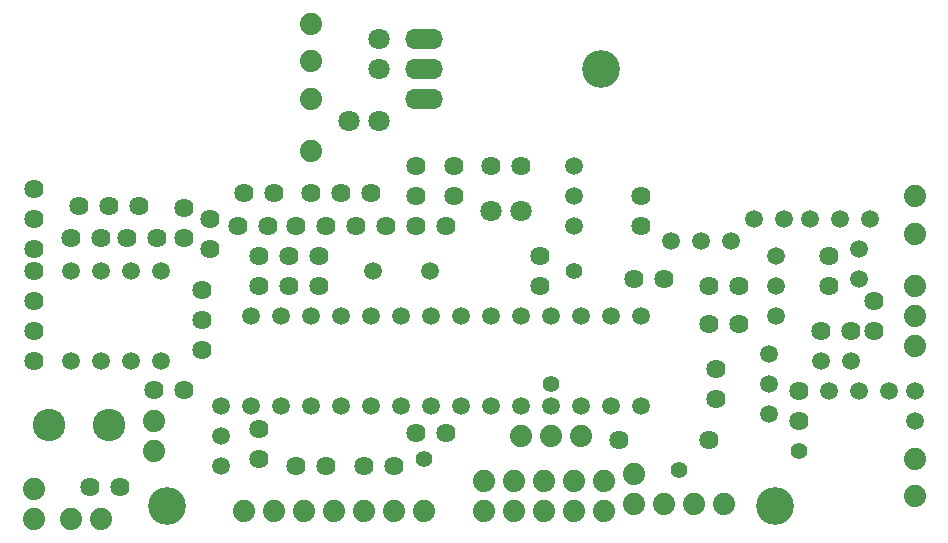
<source format=gbr>
G75*
G71*
%OFA0B0*%
%FSLAX24Y24*%
%IPPOS*%
%LPD*%
%AMOC8*
5,1,8,0,0,1.08239X$1,22.5*
%
%ADD10C,3.2032*%
%ADD11C,1.5112*%
%ADD12C,1.8034*%
%ADD13C,1.8796*%
%ADD14C,1.6256*%
%ADD15O,3.2192X1.7112*%
%ADD16C,2.7432*%
%ADD17C,1.4096*%
D10*
X181964Y074594D03*
X696764Y074594D03*
X548774Y444644D03*
D11*
X525914Y362094D03*
X525914Y336694D03*
X525914Y311294D03*
X608464Y298594D03*
X633864Y298594D03*
X659264Y298594D03*
X678314Y317644D03*
X703714Y317644D03*
X725939Y317644D03*
X751339Y317644D03*
X776739Y317644D03*
X767214Y292244D03*
X767214Y266844D03*
X697364Y260494D03*
X697364Y235094D03*
X691014Y203344D03*
X691014Y177944D03*
X691014Y152544D03*
X741814Y171593D03*
X767214Y171593D03*
X792614Y171593D03*
X814839Y171593D03*
X814839Y146193D03*
X760864Y196995D03*
X735464Y196995D03*
X697364Y285894D03*
X583064Y235094D03*
X557664Y235094D03*
X532264Y235094D03*
X506864Y235094D03*
X481464Y235094D03*
X456064Y235094D03*
X430664Y235094D03*
X405264Y235094D03*
X379864Y235094D03*
X354464Y235094D03*
X329064Y235094D03*
X303664Y235094D03*
X278264Y235094D03*
X252864Y235094D03*
X176664Y196994D03*
X151264Y196994D03*
X125864Y196994D03*
X100464Y196994D03*
X100464Y273194D03*
X125864Y273194D03*
X151264Y273194D03*
X176664Y273194D03*
X355734Y273194D03*
X403994Y273194D03*
X405264Y158894D03*
X430664Y158894D03*
X456064Y158894D03*
X481464Y158894D03*
X506864Y158894D03*
X532264Y158894D03*
X557664Y158894D03*
X583064Y158894D03*
X379864Y158894D03*
X354464Y158894D03*
X329064Y158894D03*
X303664Y158894D03*
X278264Y158894D03*
X252864Y158894D03*
X227464Y158894D03*
X227464Y133494D03*
X227464Y108094D03*
D12*
X456064Y323994D03*
X481464Y323994D03*
X360814Y400194D03*
X335414Y400194D03*
X360814Y444644D03*
X360814Y470044D03*
D13*
X068714Y063644D03*
X100463Y063644D03*
X125863Y063644D03*
X068714Y089044D03*
X170314Y120794D03*
X170314Y146194D03*
X246514Y069994D03*
X271914Y069994D03*
X297314Y069994D03*
X322714Y069994D03*
X348114Y069994D03*
X373514Y069994D03*
X398914Y069994D03*
X449714Y069994D03*
X475114Y069994D03*
X500514Y069994D03*
X525914Y069994D03*
X551314Y069994D03*
X576713Y076344D03*
X602113Y076344D03*
X627514Y076344D03*
X652914Y076344D03*
X576713Y101744D03*
X551314Y095394D03*
X525914Y095394D03*
X500514Y095394D03*
X475114Y095394D03*
X449714Y095394D03*
X481464Y133494D03*
X506864Y133494D03*
X532264Y133494D03*
X814838Y114444D03*
X814838Y082694D03*
X814838Y209694D03*
X814838Y235094D03*
X814838Y260494D03*
X814839Y304944D03*
X814839Y336694D03*
X303664Y374794D03*
X303664Y419244D03*
X303664Y450994D03*
X303664Y482744D03*
D14*
X392564Y362094D03*
X424314Y362094D03*
X456064Y362095D03*
X481464Y362095D03*
X424314Y336694D03*
X392564Y336694D03*
X354464Y339869D03*
X329064Y339869D03*
X303664Y339869D03*
X271914Y339869D03*
X246514Y339869D03*
X217939Y317644D03*
X195714Y327169D03*
X195714Y301769D03*
X217939Y292244D03*
X241752Y311294D03*
X267152Y311294D03*
X290964Y311294D03*
X316364Y311294D03*
X341764Y311294D03*
X367164Y311294D03*
X392564Y311294D03*
X417964Y311294D03*
X497339Y285894D03*
X497339Y260494D03*
X576714Y266844D03*
X602114Y266844D03*
X640214Y260494D03*
X665614Y260494D03*
X665614Y228744D03*
X640214Y228744D03*
X646564Y190644D03*
X646564Y165244D03*
X640214Y130319D03*
X564014Y130319D03*
X417964Y136669D03*
X392564Y136669D03*
X373514Y108093D03*
X348114Y108093D03*
X316364Y108094D03*
X290964Y108094D03*
X259214Y114444D03*
X259214Y139844D03*
X195713Y173182D03*
X170313Y173182D03*
X211589Y206519D03*
X211589Y231919D03*
X211589Y257319D03*
X259214Y260494D03*
X284614Y260494D03*
X310014Y260494D03*
X310014Y285894D03*
X284614Y285894D03*
X259214Y285894D03*
X173490Y301770D03*
X148090Y301770D03*
X125864Y301769D03*
X100464Y301769D03*
X068714Y292244D03*
X068714Y273194D03*
X068714Y247794D03*
X068714Y222394D03*
X068714Y196994D03*
X116339Y090632D03*
X141739Y090632D03*
X068714Y317644D03*
X068714Y343044D03*
X106814Y328757D03*
X132214Y328757D03*
X157614Y328757D03*
X583064Y336694D03*
X583064Y311294D03*
X735464Y222394D03*
X760864Y222394D03*
X779914Y222394D03*
X779914Y247794D03*
X741814Y260493D03*
X741814Y285893D03*
X716414Y171594D03*
X716414Y146194D03*
D15*
X398914Y419244D03*
X398914Y444644D03*
X398914Y470044D03*
D16*
X132214Y143019D03*
X081414Y143019D03*
D17*
X398914Y114444D03*
X506864Y177944D03*
X614814Y104919D03*
X716414Y120794D03*
X525914Y273194D03*
M02*

</source>
